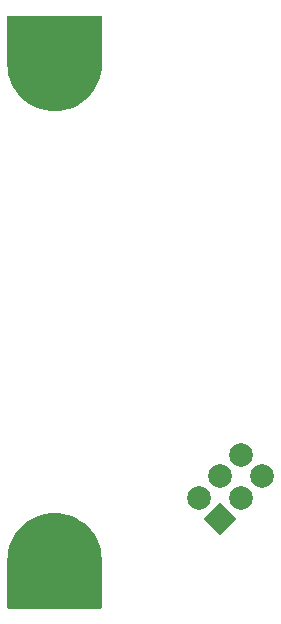
<source format=gbr>
%TF.GenerationSoftware,KiCad,Pcbnew,(5.1.10)-1*%
%TF.CreationDate,2021-08-17T14:11:04+10:00*%
%TF.ProjectId,Rockling-LayoutTest,526f636b-6c69-46e6-972d-4c61796f7574,rev?*%
%TF.SameCoordinates,Original*%
%TF.FileFunction,Soldermask,Top*%
%TF.FilePolarity,Negative*%
%FSLAX46Y46*%
G04 Gerber Fmt 4.6, Leading zero omitted, Abs format (unit mm)*
G04 Created by KiCad (PCBNEW (5.1.10)-1) date 2021-08-17 14:11:04*
%MOMM*%
%LPD*%
G01*
G04 APERTURE LIST*
%ADD10C,2.000000*%
%ADD11C,0.100000*%
G04 APERTURE END LIST*
D10*
%TO.C,REF\u002A\u002A*%
X115800000Y-112107897D03*
X117596051Y-113903948D03*
X114003948Y-113903948D03*
X115800000Y-115700000D03*
D11*
G36*
X115418162Y-117496051D02*
G01*
X114003948Y-118910265D01*
X112589734Y-117496051D01*
X114003948Y-116081837D01*
X115418162Y-117496051D01*
G37*
D10*
X112207897Y-115700000D03*
%TD*%
D11*
%TO.C,REF\u002A\u002A*%
G36*
X99642346Y-82983860D02*
G01*
X99642344Y-82983860D01*
X99640951Y-82983792D01*
X99636783Y-82983354D01*
X99632616Y-82982975D01*
X99255296Y-82929946D01*
X99253915Y-82929742D01*
X99249789Y-82928895D01*
X99245699Y-82928115D01*
X98875359Y-82838521D01*
X98875354Y-82838520D01*
X98875348Y-82838518D01*
X98874001Y-82838182D01*
X98870024Y-82836951D01*
X98865982Y-82835762D01*
X98506154Y-82710456D01*
X98506148Y-82710454D01*
X98506141Y-82710451D01*
X98504833Y-82709985D01*
X98501003Y-82708375D01*
X98497090Y-82706794D01*
X98151208Y-82546974D01*
X98151200Y-82546971D01*
X98151191Y-82546966D01*
X98149938Y-82546376D01*
X98146252Y-82544384D01*
X98142543Y-82542444D01*
X97813909Y-82349636D01*
X97813900Y-82349631D01*
X97813890Y-82349624D01*
X97812702Y-82348916D01*
X97809281Y-82346609D01*
X97805725Y-82344282D01*
X97497467Y-82120319D01*
X97496344Y-82119490D01*
X97493148Y-82116846D01*
X97489853Y-82114197D01*
X97204921Y-81861223D01*
X97203884Y-81860288D01*
X97200948Y-81857332D01*
X97197941Y-81854387D01*
X96939054Y-81574815D01*
X96938113Y-81573784D01*
X96935466Y-81570539D01*
X96932774Y-81567331D01*
X96702405Y-81263831D01*
X96701569Y-81262713D01*
X96699272Y-81259255D01*
X96696885Y-81255770D01*
X96497232Y-80931238D01*
X96496509Y-80930043D01*
X96494533Y-80926327D01*
X96492526Y-80922676D01*
X96325498Y-80580218D01*
X96325493Y-80580210D01*
X96325489Y-80580200D01*
X96324891Y-80578951D01*
X96323300Y-80575091D01*
X96321645Y-80571230D01*
X96188833Y-80214110D01*
X96188828Y-80214099D01*
X96188824Y-80214085D01*
X96188352Y-80212788D01*
X96187145Y-80208791D01*
X96185875Y-80204787D01*
X96088546Y-79836413D01*
X96088542Y-79836399D01*
X96088538Y-79836382D01*
X96088196Y-79835048D01*
X96087393Y-79830994D01*
X96086511Y-79826843D01*
X96025592Y-79450717D01*
X96025379Y-79449338D01*
X96024972Y-79445189D01*
X96024503Y-79441008D01*
X96000578Y-79060731D01*
X96000501Y-79059337D01*
X96000501Y-79057254D01*
X96000383Y-79055150D01*
X96000003Y-79000698D01*
X96000003Y-79000050D01*
X96000001Y-79000000D01*
X96000000Y-75000000D01*
X96000005Y-74999363D01*
X96000002Y-74999302D01*
X96000005Y-74999241D01*
X96000010Y-74998604D01*
X96000293Y-74994098D01*
X96000548Y-74989547D01*
X96000601Y-74989206D01*
X96000623Y-74988853D01*
X96001349Y-74984372D01*
X96002042Y-74979892D01*
X96002130Y-74979551D01*
X96002185Y-74979209D01*
X96003334Y-74974861D01*
X96004472Y-74970429D01*
X96004592Y-74970098D01*
X96004681Y-74969763D01*
X96006268Y-74965495D01*
X96007814Y-74961248D01*
X96007963Y-74960938D01*
X96008086Y-74960606D01*
X96010095Y-74956488D01*
X96012035Y-74952438D01*
X96012215Y-74952141D01*
X96012369Y-74951825D01*
X96014746Y-74947961D01*
X96017096Y-74944081D01*
X96017306Y-74943800D01*
X96017489Y-74943503D01*
X96020241Y-74939878D01*
X96022949Y-74936258D01*
X96023182Y-74936002D01*
X96023396Y-74935721D01*
X96026492Y-74932378D01*
X96029537Y-74929043D01*
X96029797Y-74928809D01*
X96030034Y-74928553D01*
X96033430Y-74925538D01*
X96036797Y-74922506D01*
X96037077Y-74922300D01*
X96037340Y-74922066D01*
X96041006Y-74919403D01*
X96044661Y-74916708D01*
X96044964Y-74916527D01*
X96045244Y-74916324D01*
X96049117Y-74914051D01*
X96053053Y-74911705D01*
X96053372Y-74911555D01*
X96053670Y-74911380D01*
X96057732Y-74909503D01*
X96061893Y-74907545D01*
X96062228Y-74907426D01*
X96062539Y-74907282D01*
X96066757Y-74905813D01*
X96071097Y-74904268D01*
X96071441Y-74904182D01*
X96071766Y-74904069D01*
X96076131Y-74903013D01*
X96080577Y-74901904D01*
X96080924Y-74901853D01*
X96081262Y-74901771D01*
X96085699Y-74901148D01*
X96090242Y-74900477D01*
X96090598Y-74900460D01*
X96090937Y-74900412D01*
X96095447Y-74900223D01*
X96100000Y-74900000D01*
X103900000Y-74900000D01*
X103900637Y-74900005D01*
X103900698Y-74900002D01*
X103900759Y-74900005D01*
X103901396Y-74900010D01*
X103905902Y-74900293D01*
X103910453Y-74900548D01*
X103910794Y-74900601D01*
X103911147Y-74900623D01*
X103915628Y-74901349D01*
X103920108Y-74902042D01*
X103920449Y-74902130D01*
X103920791Y-74902185D01*
X103925139Y-74903334D01*
X103929571Y-74904472D01*
X103929902Y-74904592D01*
X103930237Y-74904681D01*
X103934505Y-74906268D01*
X103938752Y-74907814D01*
X103939062Y-74907963D01*
X103939394Y-74908086D01*
X103943512Y-74910095D01*
X103947562Y-74912035D01*
X103947859Y-74912215D01*
X103948175Y-74912369D01*
X103952039Y-74914746D01*
X103955919Y-74917096D01*
X103956200Y-74917306D01*
X103956497Y-74917489D01*
X103960122Y-74920241D01*
X103963742Y-74922949D01*
X103963998Y-74923182D01*
X103964279Y-74923396D01*
X103967622Y-74926492D01*
X103970957Y-74929537D01*
X103971191Y-74929797D01*
X103971447Y-74930034D01*
X103974462Y-74933430D01*
X103977494Y-74936797D01*
X103977700Y-74937077D01*
X103977934Y-74937340D01*
X103980597Y-74941006D01*
X103983292Y-74944661D01*
X103983473Y-74944964D01*
X103983676Y-74945244D01*
X103985949Y-74949117D01*
X103988295Y-74953053D01*
X103988445Y-74953372D01*
X103988620Y-74953670D01*
X103990497Y-74957732D01*
X103992455Y-74961893D01*
X103992574Y-74962228D01*
X103992718Y-74962539D01*
X103994187Y-74966757D01*
X103995732Y-74971097D01*
X103995818Y-74971441D01*
X103995931Y-74971766D01*
X103996987Y-74976131D01*
X103998096Y-74980577D01*
X103998147Y-74980924D01*
X103998229Y-74981262D01*
X103998852Y-74985699D01*
X103999523Y-74990242D01*
X103999540Y-74990598D01*
X103999588Y-74990937D01*
X103999777Y-74995447D01*
X104000000Y-75000000D01*
X104000000Y-79000000D01*
X103999990Y-79001396D01*
X103999880Y-79003146D01*
X103999880Y-79004885D01*
X103981267Y-79385458D01*
X103981188Y-79386852D01*
X103980724Y-79390996D01*
X103980313Y-79395181D01*
X103924651Y-79772123D01*
X103924437Y-79773502D01*
X103923576Y-79777553D01*
X103922754Y-79781706D01*
X103830575Y-80151416D01*
X103830227Y-80152768D01*
X103828975Y-80156715D01*
X103827751Y-80160769D01*
X103699935Y-80519719D01*
X103699457Y-80521031D01*
X103697824Y-80524842D01*
X103696212Y-80528752D01*
X103533978Y-80873517D01*
X103533374Y-80874776D01*
X103531360Y-80878440D01*
X103529391Y-80882143D01*
X103334288Y-81209431D01*
X103333564Y-81210625D01*
X103331197Y-81214083D01*
X103328881Y-81217568D01*
X103102772Y-81524256D01*
X103101936Y-81525374D01*
X103099216Y-81528616D01*
X103096597Y-81531827D01*
X102993428Y-81646409D01*
X102724301Y-81646409D01*
X102660618Y-81710092D01*
X102696287Y-81677521D01*
X102724301Y-81646409D01*
X102993428Y-81646409D01*
X102841640Y-81814986D01*
X102840698Y-81816017D01*
X102837696Y-81818957D01*
X102834755Y-81821919D01*
X102553383Y-82078847D01*
X102552345Y-82079781D01*
X102549086Y-82082401D01*
X102545855Y-82085074D01*
X102240767Y-82313310D01*
X102240754Y-82313320D01*
X102240738Y-82313331D01*
X102239631Y-82314147D01*
X102236122Y-82316444D01*
X102232655Y-82318782D01*
X101906737Y-82516165D01*
X101906736Y-82516166D01*
X101906725Y-82516172D01*
X101905538Y-82516880D01*
X101901798Y-82518836D01*
X101898142Y-82520812D01*
X101554535Y-82685440D01*
X101554519Y-82685449D01*
X101554499Y-82685457D01*
X101553255Y-82686042D01*
X101549404Y-82687598D01*
X101545512Y-82689234D01*
X101187481Y-82819548D01*
X101187463Y-82819555D01*
X101187441Y-82819562D01*
X101186148Y-82820022D01*
X101182164Y-82821195D01*
X101178130Y-82822443D01*
X100809097Y-82917194D01*
X100809073Y-82917201D01*
X100809045Y-82917207D01*
X100807718Y-82917538D01*
X100803636Y-82918317D01*
X100799503Y-82919165D01*
X100422960Y-82977457D01*
X100421579Y-82977660D01*
X100417445Y-82978036D01*
X100413243Y-82978478D01*
X100032809Y-82999748D01*
X100031415Y-82999816D01*
X100027227Y-82999787D01*
X100023039Y-82999816D01*
X99642346Y-82983860D01*
G37*
%TD*%
%TO.C,REF\u002A\u002A*%
G36*
X100357654Y-117016140D02*
G01*
X100357656Y-117016140D01*
X100359049Y-117016208D01*
X100363217Y-117016646D01*
X100367384Y-117017025D01*
X100744704Y-117070054D01*
X100746085Y-117070258D01*
X100750211Y-117071105D01*
X100754301Y-117071885D01*
X101124641Y-117161479D01*
X101124646Y-117161480D01*
X101124652Y-117161482D01*
X101125999Y-117161818D01*
X101129976Y-117163049D01*
X101134018Y-117164238D01*
X101493846Y-117289544D01*
X101493852Y-117289546D01*
X101493859Y-117289549D01*
X101495167Y-117290015D01*
X101498997Y-117291625D01*
X101502910Y-117293206D01*
X101848792Y-117453026D01*
X101848800Y-117453029D01*
X101848809Y-117453034D01*
X101850062Y-117453624D01*
X101853748Y-117455616D01*
X101857457Y-117457556D01*
X102186091Y-117650364D01*
X102186100Y-117650369D01*
X102186110Y-117650376D01*
X102187298Y-117651084D01*
X102190719Y-117653391D01*
X102194275Y-117655718D01*
X102502533Y-117879681D01*
X102503656Y-117880510D01*
X102506852Y-117883154D01*
X102510147Y-117885803D01*
X102795079Y-118138777D01*
X102796116Y-118139712D01*
X102799052Y-118142668D01*
X102802059Y-118145613D01*
X103060946Y-118425185D01*
X103061887Y-118426216D01*
X103064534Y-118429461D01*
X103067226Y-118432669D01*
X103297595Y-118736169D01*
X103298431Y-118737287D01*
X103300728Y-118740745D01*
X103303115Y-118744230D01*
X103502768Y-119068762D01*
X103503491Y-119069957D01*
X103505467Y-119073673D01*
X103507474Y-119077324D01*
X103674502Y-119419782D01*
X103674507Y-119419790D01*
X103674511Y-119419800D01*
X103675109Y-119421049D01*
X103676700Y-119424909D01*
X103678355Y-119428770D01*
X103811167Y-119785890D01*
X103811172Y-119785901D01*
X103811176Y-119785915D01*
X103811648Y-119787212D01*
X103812855Y-119791209D01*
X103814125Y-119795213D01*
X103911454Y-120163587D01*
X103911458Y-120163601D01*
X103911462Y-120163618D01*
X103911804Y-120164952D01*
X103912607Y-120169006D01*
X103913489Y-120173157D01*
X103974408Y-120549283D01*
X103974621Y-120550662D01*
X103975028Y-120554811D01*
X103975497Y-120558992D01*
X103999422Y-120939269D01*
X103999499Y-120940663D01*
X103999499Y-120942746D01*
X103999617Y-120944850D01*
X103999997Y-120999302D01*
X103999997Y-120999950D01*
X103999999Y-121000000D01*
X104000000Y-125000000D01*
X103999995Y-125000637D01*
X103999998Y-125000698D01*
X103999995Y-125000759D01*
X103999990Y-125001396D01*
X103999707Y-125005902D01*
X103999452Y-125010453D01*
X103999399Y-125010794D01*
X103999377Y-125011147D01*
X103998651Y-125015628D01*
X103997958Y-125020108D01*
X103997870Y-125020449D01*
X103997815Y-125020791D01*
X103996666Y-125025139D01*
X103995528Y-125029571D01*
X103995408Y-125029902D01*
X103995319Y-125030237D01*
X103993732Y-125034505D01*
X103992186Y-125038752D01*
X103992037Y-125039062D01*
X103991914Y-125039394D01*
X103989905Y-125043512D01*
X103987965Y-125047562D01*
X103987785Y-125047859D01*
X103987631Y-125048175D01*
X103985254Y-125052039D01*
X103982904Y-125055919D01*
X103982694Y-125056200D01*
X103982511Y-125056497D01*
X103979759Y-125060122D01*
X103977051Y-125063742D01*
X103976818Y-125063998D01*
X103976604Y-125064279D01*
X103973508Y-125067622D01*
X103970463Y-125070957D01*
X103970203Y-125071191D01*
X103969966Y-125071447D01*
X103966570Y-125074462D01*
X103963203Y-125077494D01*
X103962923Y-125077700D01*
X103962660Y-125077934D01*
X103958994Y-125080597D01*
X103955339Y-125083292D01*
X103955036Y-125083473D01*
X103954756Y-125083676D01*
X103950883Y-125085949D01*
X103946947Y-125088295D01*
X103946628Y-125088445D01*
X103946330Y-125088620D01*
X103942268Y-125090497D01*
X103938107Y-125092455D01*
X103937772Y-125092574D01*
X103937461Y-125092718D01*
X103933243Y-125094187D01*
X103928903Y-125095732D01*
X103928559Y-125095818D01*
X103928234Y-125095931D01*
X103923869Y-125096987D01*
X103919423Y-125098096D01*
X103919076Y-125098147D01*
X103918738Y-125098229D01*
X103914301Y-125098852D01*
X103909758Y-125099523D01*
X103909402Y-125099540D01*
X103909063Y-125099588D01*
X103904553Y-125099777D01*
X103900000Y-125100000D01*
X96100000Y-125100000D01*
X96099363Y-125099995D01*
X96099302Y-125099998D01*
X96099241Y-125099995D01*
X96098604Y-125099990D01*
X96094098Y-125099707D01*
X96089547Y-125099452D01*
X96089206Y-125099399D01*
X96088853Y-125099377D01*
X96084372Y-125098651D01*
X96079892Y-125097958D01*
X96079551Y-125097870D01*
X96079209Y-125097815D01*
X96074861Y-125096666D01*
X96070429Y-125095528D01*
X96070098Y-125095408D01*
X96069763Y-125095319D01*
X96065495Y-125093732D01*
X96061248Y-125092186D01*
X96060938Y-125092037D01*
X96060606Y-125091914D01*
X96056488Y-125089905D01*
X96052438Y-125087965D01*
X96052141Y-125087785D01*
X96051825Y-125087631D01*
X96047961Y-125085254D01*
X96044081Y-125082904D01*
X96043800Y-125082694D01*
X96043503Y-125082511D01*
X96039878Y-125079759D01*
X96036258Y-125077051D01*
X96036002Y-125076818D01*
X96035721Y-125076604D01*
X96032378Y-125073508D01*
X96029043Y-125070463D01*
X96028809Y-125070203D01*
X96028553Y-125069966D01*
X96025538Y-125066570D01*
X96022506Y-125063203D01*
X96022300Y-125062923D01*
X96022066Y-125062660D01*
X96019403Y-125058994D01*
X96016708Y-125055339D01*
X96016527Y-125055036D01*
X96016324Y-125054756D01*
X96014051Y-125050883D01*
X96011705Y-125046947D01*
X96011555Y-125046628D01*
X96011380Y-125046330D01*
X96009503Y-125042268D01*
X96007545Y-125038107D01*
X96007426Y-125037772D01*
X96007282Y-125037461D01*
X96005813Y-125033243D01*
X96004268Y-125028903D01*
X96004182Y-125028559D01*
X96004069Y-125028234D01*
X96003013Y-125023869D01*
X96001904Y-125019423D01*
X96001853Y-125019076D01*
X96001771Y-125018738D01*
X96001148Y-125014301D01*
X96000477Y-125009758D01*
X96000460Y-125009402D01*
X96000412Y-125009063D01*
X96000223Y-125004553D01*
X96000000Y-125000000D01*
X96000000Y-121000000D01*
X96000010Y-120998604D01*
X96000120Y-120996854D01*
X96000120Y-120995115D01*
X96018733Y-120614542D01*
X96018812Y-120613148D01*
X96019276Y-120609004D01*
X96019687Y-120604819D01*
X96075349Y-120227877D01*
X96075563Y-120226498D01*
X96076424Y-120222447D01*
X96077246Y-120218294D01*
X96169425Y-119848584D01*
X96169773Y-119847232D01*
X96171025Y-119843285D01*
X96172249Y-119839231D01*
X96300065Y-119480281D01*
X96300543Y-119478969D01*
X96302176Y-119475158D01*
X96303788Y-119471248D01*
X96466022Y-119126483D01*
X96466626Y-119125224D01*
X96468640Y-119121560D01*
X96470609Y-119117857D01*
X96665712Y-118790569D01*
X96666436Y-118789375D01*
X96668803Y-118785917D01*
X96671119Y-118782432D01*
X96897228Y-118475744D01*
X96898064Y-118474626D01*
X96900784Y-118471384D01*
X96903403Y-118468173D01*
X97006572Y-118353591D01*
X97275699Y-118353591D01*
X97339382Y-118289908D01*
X97303713Y-118322479D01*
X97275699Y-118353591D01*
X97006572Y-118353591D01*
X97158360Y-118185014D01*
X97159302Y-118183983D01*
X97162304Y-118181043D01*
X97165245Y-118178081D01*
X97446617Y-117921153D01*
X97447655Y-117920219D01*
X97450914Y-117917599D01*
X97454145Y-117914926D01*
X97759233Y-117686690D01*
X97759246Y-117686680D01*
X97759262Y-117686669D01*
X97760369Y-117685853D01*
X97763878Y-117683556D01*
X97767345Y-117681218D01*
X98093263Y-117483835D01*
X98093264Y-117483834D01*
X98093275Y-117483828D01*
X98094462Y-117483120D01*
X98098202Y-117481164D01*
X98101858Y-117479188D01*
X98445465Y-117314560D01*
X98445481Y-117314551D01*
X98445501Y-117314543D01*
X98446745Y-117313958D01*
X98450596Y-117312402D01*
X98454488Y-117310766D01*
X98812519Y-117180452D01*
X98812537Y-117180445D01*
X98812559Y-117180438D01*
X98813852Y-117179978D01*
X98817836Y-117178805D01*
X98821870Y-117177557D01*
X99190903Y-117082806D01*
X99190927Y-117082799D01*
X99190955Y-117082793D01*
X99192282Y-117082462D01*
X99196364Y-117081683D01*
X99200497Y-117080835D01*
X99577040Y-117022543D01*
X99578421Y-117022340D01*
X99582555Y-117021964D01*
X99586757Y-117021522D01*
X99967191Y-117000252D01*
X99968585Y-117000184D01*
X99972773Y-117000213D01*
X99976961Y-117000184D01*
X100357654Y-117016140D01*
G37*
%TD*%
M02*

</source>
